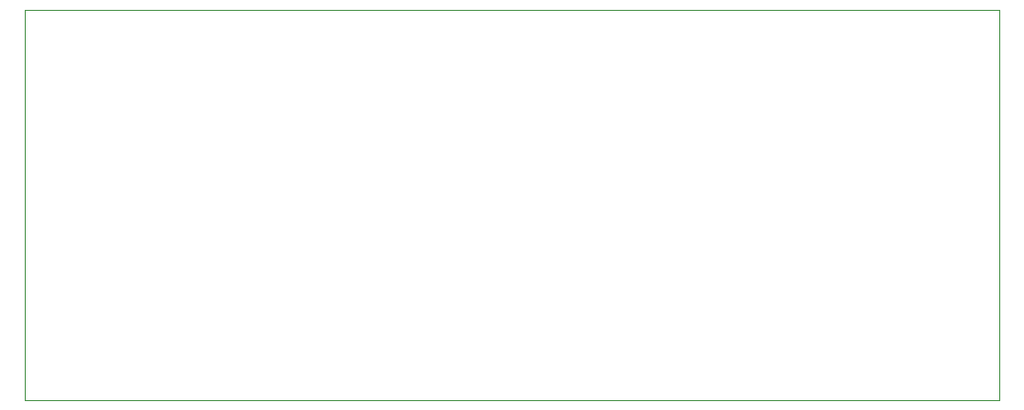
<source format=gbr>
%TF.GenerationSoftware,KiCad,Pcbnew,(7.0.0)*%
%TF.CreationDate,2023-03-30T12:26:05-04:00*%
%TF.ProjectId,headunit_hub,68656164-756e-4697-945f-6875622e6b69,rev?*%
%TF.SameCoordinates,Original*%
%TF.FileFunction,Profile,NP*%
%FSLAX46Y46*%
G04 Gerber Fmt 4.6, Leading zero omitted, Abs format (unit mm)*
G04 Created by KiCad (PCBNEW (7.0.0)) date 2023-03-30 12:26:05*
%MOMM*%
%LPD*%
G01*
G04 APERTURE LIST*
%TA.AperFunction,Profile*%
%ADD10C,0.100000*%
%TD*%
G04 APERTURE END LIST*
D10*
X103600000Y-73050000D02*
X186900000Y-73050000D01*
X186900000Y-73050000D02*
X186900000Y-106450000D01*
X186900000Y-106450000D02*
X103600000Y-106450000D01*
X103600000Y-106450000D02*
X103600000Y-73050000D01*
M02*

</source>
